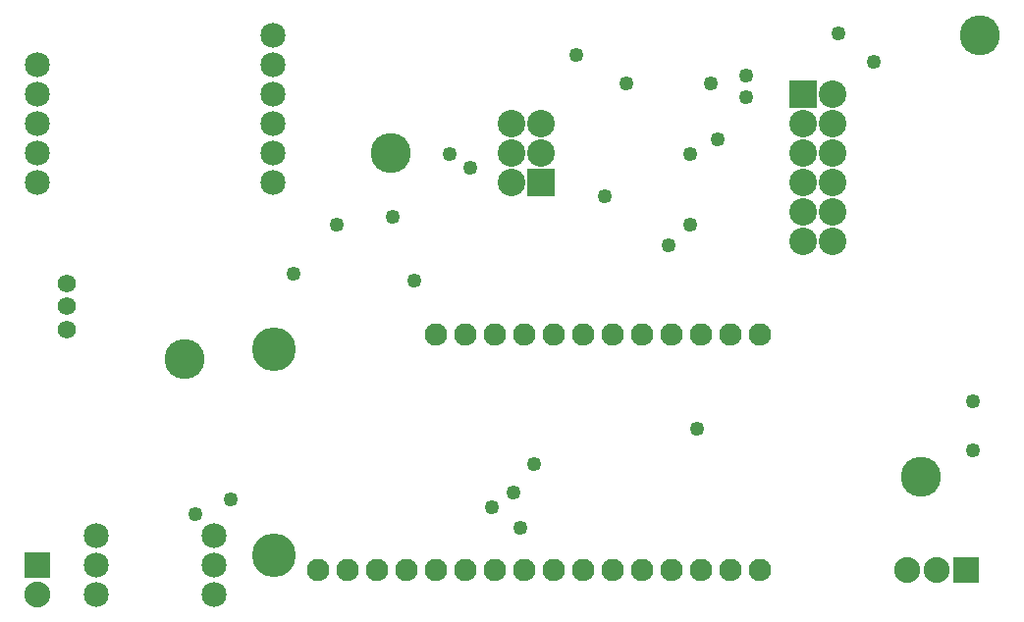
<source format=gts>
G04 MADE WITH FRITZING*
G04 WWW.FRITZING.ORG*
G04 DOUBLE SIDED*
G04 HOLES PLATED*
G04 CONTOUR ON CENTER OF CONTOUR VECTOR*
%ASAXBY*%
%FSLAX23Y23*%
%MOIN*%
%OFA0B0*%
%SFA1.0B1.0*%
%ADD10C,0.088000*%
%ADD11C,0.093307*%
%ADD12C,0.085000*%
%ADD13C,0.148425*%
%ADD14C,0.076000*%
%ADD15C,0.062139*%
%ADD16C,0.135984*%
%ADD17C,0.049370*%
%ADD18R,0.088000X0.088000*%
%ADD19R,0.093307X0.093307*%
%LNMASK1*%
G90*
G70*
G54D10*
X101Y193D03*
X101Y94D03*
G54D11*
X1711Y1494D03*
X1711Y1594D03*
X1711Y1694D03*
X1811Y1494D03*
X1811Y1594D03*
X1811Y1694D03*
X2801Y1794D03*
X2801Y1694D03*
X2801Y1594D03*
X2801Y1494D03*
X2801Y1394D03*
X2801Y1294D03*
X2701Y1794D03*
X2701Y1694D03*
X2701Y1594D03*
X2701Y1494D03*
X2701Y1394D03*
X2701Y1294D03*
G54D12*
X901Y1994D03*
X901Y1894D03*
X901Y1794D03*
X901Y1694D03*
X901Y1594D03*
X901Y1494D03*
X101Y1894D03*
X101Y1794D03*
X101Y1694D03*
X101Y1594D03*
X101Y1494D03*
G54D13*
X904Y925D03*
G54D14*
X2554Y175D03*
X2454Y175D03*
X2354Y175D03*
X2254Y175D03*
X2154Y175D03*
X2054Y175D03*
X1954Y175D03*
X1854Y175D03*
X1754Y175D03*
X1654Y175D03*
X1554Y175D03*
X1454Y175D03*
X1354Y175D03*
X1254Y175D03*
X1154Y175D03*
X1054Y175D03*
X1454Y975D03*
X1554Y975D03*
X1654Y975D03*
X1754Y975D03*
X1854Y975D03*
X1954Y975D03*
X2054Y975D03*
X2154Y975D03*
X2254Y975D03*
X2354Y975D03*
X2454Y975D03*
X2554Y975D03*
G54D13*
X904Y225D03*
G54D12*
X701Y193D03*
X301Y193D03*
X701Y94D03*
X301Y94D03*
G54D10*
X3254Y175D03*
X3154Y175D03*
X3054Y175D03*
G54D15*
X201Y1151D03*
X201Y1072D03*
X201Y993D03*
G54D12*
X301Y293D03*
X701Y293D03*
G54D16*
X3301Y1994D03*
X1301Y1594D03*
X601Y894D03*
X3101Y494D03*
G54D17*
X2244Y1279D03*
X1788Y535D03*
X1380Y1159D03*
X1572Y1543D03*
X2100Y1831D03*
X1932Y1927D03*
X2340Y655D03*
X2820Y1999D03*
X2940Y1903D03*
X1740Y319D03*
X1500Y1591D03*
X1644Y391D03*
X972Y1183D03*
X2028Y1447D03*
X1308Y1375D03*
X3276Y751D03*
X2508Y1855D03*
X2412Y1639D03*
X3276Y583D03*
X2388Y1831D03*
X2316Y1591D03*
X1116Y1351D03*
X1716Y439D03*
X2316Y1351D03*
X756Y415D03*
X636Y367D03*
X2508Y1783D03*
G54D18*
X101Y193D03*
G54D19*
X1811Y1494D03*
X2701Y1794D03*
G54D18*
X3254Y175D03*
G04 End of Mask1*
M02*
</source>
